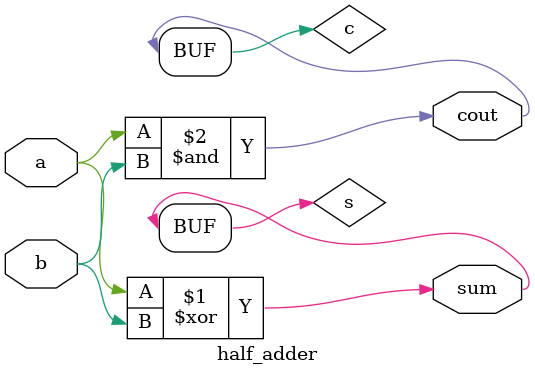
<source format=v>
module half_adder( 
input a, b,
output cout, sum );

wire s, c;

// We use an XOR gate to compute the sum.
xor(s, a, b);

// We use an AND gate to compute the carry-out.
and(c, a, b);

// We assign the signals s and c to the output signals.
assign sum = s;
assign cout = c;

endmodule

</source>
